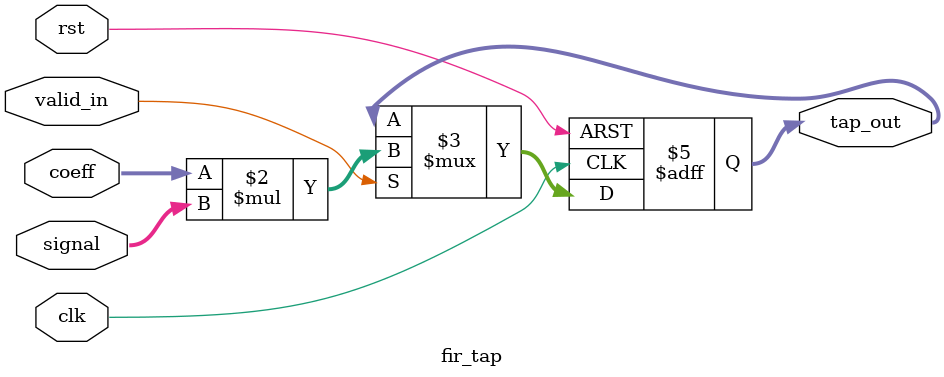
<source format=v>
module fir_tap (
    input wire clk,
    input wire rst,
    input wire valid_in,
    input wire [15:0] coeff,   // 16-bit coefficient
    input wire [15:0] signal,  // 16-bit input signal
    output reg [31:0] tap_out  // 32-bit output (to handle multiplication overflow)
);
    always @(posedge clk or posedge rst) begin
        if (rst)
            tap_out <= 32'b0; // Reset output
        else if (valid_in)
            tap_out <= coeff * signal; // Multiply coefficient and signal
    end
endmodule

</source>
